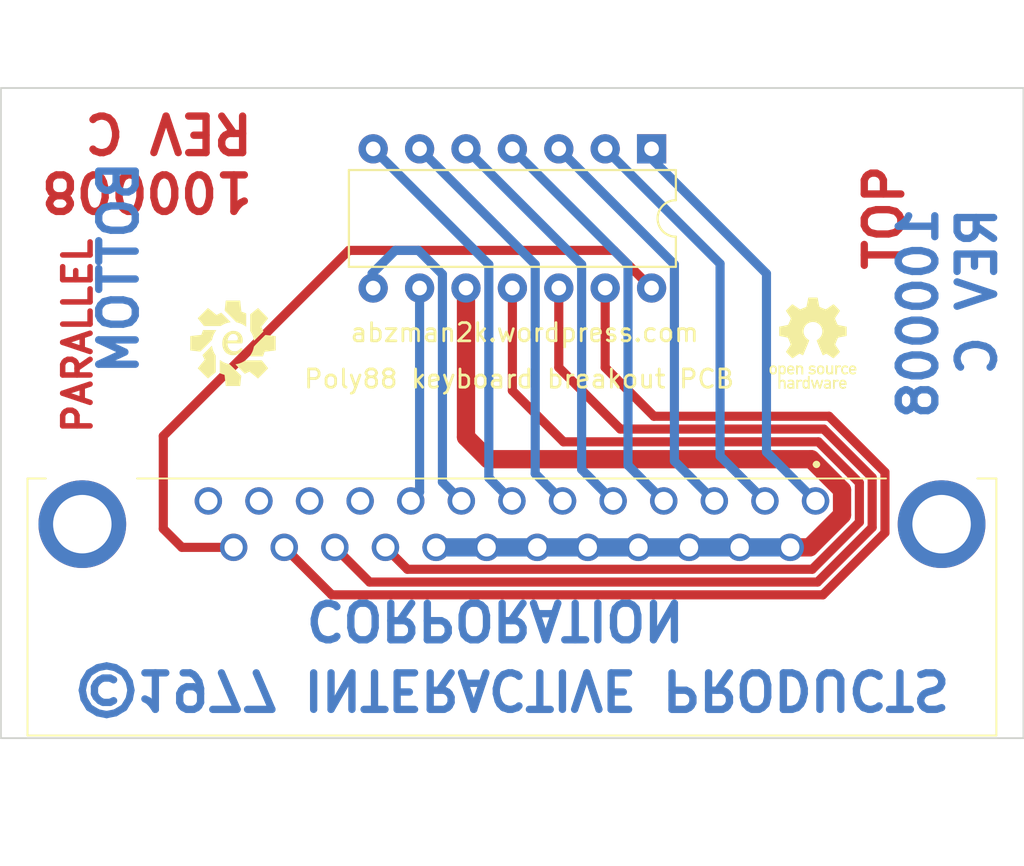
<source format=kicad_pcb>
(kicad_pcb (version 20221018) (generator pcbnew)
  (layers (0 "F.Cu" signal) (31 "B.Cu" signal) (34 "B.Paste" user) (35 "F.Paste" user) (36 "B.SilkS" user "B.Silkscreen") (37 "F.SilkS" user "F.Silkscreen") (38 "B.Mask" user) (39 "F.Mask" user) (44 "Edge.Cuts" user))
  (net 0 "")
  (net 1 "KD0")
  (net 2 "KD1")
  (net 3 "KD2")
  (net 4 "KD3")
  (net 5 "KD4")
  (net 6 "KD5")
  (net 7 "KD6")
  (net 8 "KD7")
  (net 9 "KDEP")
  (net 10 "GND")
  (net 11 "-VDC")
  (net 12 "+VDC")
  (net 17 "G1")
  (net 18 "G2")
  (footprint "Evan's parts:OSHW gear" (layer "F.Cu") (at 44.45 13.97)
    (fp_text reference "G***" hide)
    (fp_text value "LOGO" hide)
  )
  (footprint "Evan's parts:Evan Logo" (layer "F.Cu") (at 12.7 13.97)
    (fp_text reference "G***" hide)
    (fp_text value "LOGO" hide)
  )
  (footprint "Package_DIP:DIP-14_W7.62mm" (layer "F.Cu") (at 35.62 3.33 -90)
    (fp_text reference "J2" hide)
    (fp_text value "Conn_02x07_Counter_Clockwise")
    (pad "1" thru_hole rect (at 0 0 270) (size 1.6 1.6) (drill 0.8) (layers "*.Cu" "*.Mask") (net 1 "KD0"))
    (pad "2" thru_hole oval (at 0 2.54 270) (size 1.6 1.6) (drill 0.8) (layers "*.Cu" "*.Mask") (net 2 "KD1"))
    (pad "3" thru_hole oval (at 0 5.08 270) (size 1.6 1.6) (drill 0.8) (layers "*.Cu" "*.Mask") (net 3 "KD2"))
    (pad "4" thru_hole oval (at 0 7.62 270) (size 1.6 1.6) (drill 0.8) (layers "*.Cu" "*.Mask") (net 4 "KD3"))
    (pad "5" thru_hole oval (at 0 10.16 270) (size 1.6 1.6) (drill 0.8) (layers "*.Cu" "*.Mask") (net 5 "KD4"))
    (pad "6" thru_hole oval (at 0 12.7 270) (size 1.6 1.6) (drill 0.8) (layers "*.Cu" "*.Mask") (net 6 "KD5"))
    (pad "7" thru_hole oval (at 0 15.24 270) (size 1.6 1.6) (drill 0.8) (layers "*.Cu" "*.Mask") (net 7 "KD6"))
    (pad "8" thru_hole oval (at 7.62 15.24 270) (size 1.6 1.6) (drill 0.8) (layers "*.Cu" "*.Mask") (net 8 "KD7"))
    (pad "9" thru_hole oval (at 7.62 12.7 270) (size 1.6 1.6) (drill 0.8) (layers "*.Cu" "*.Mask") (net 9 "KDEP"))
    (pad "10" thru_hole oval (at 7.62 10.16 270) (size 1.6 1.6) (drill 0.8) (layers "*.Cu" "*.Mask") (net 10 "GND"))
    (pad "11" thru_hole oval (at 7.62 7.62 270) (size 1.6 1.6) (drill 0.8) (layers "*.Cu" "*.Mask") (net 17 "G1"))
    (pad "12" thru_hole oval (at 7.62 5.08 270) (size 1.6 1.6) (drill 0.8) (layers "*.Cu" "*.Mask") (net 18 "G2"))
    (pad "13" thru_hole oval (at 7.62 2.54 270) (size 1.6 1.6) (drill 0.8) (layers "*.Cu" "*.Mask") (net 11 "-VDC"))
    (pad "14" thru_hole oval (at 7.62 0 270) (size 1.6 1.6) (drill 0.8) (layers "*.Cu" "*.Mask") (net 12 "+VDC"))
  )
  (footprint "Evan's parts:amphenol db25" (layer "F.Cu") (at 44.596 22.606)
    (fp_text reference "J1" hide)
    (fp_text value "DB25_Female" hide)
    (pad "1" thru_hole circle (at 0 0) (size 1.5 1.5) (drill 1) (layers "*.Cu" "*.Mask") (net 1 "KD0"))
    (pad "2" thru_hole circle (at -2.77 0) (size 1.5 1.5) (drill 1) (layers "*.Cu" "*.Mask") (net 2 "KD1"))
    (pad "3" thru_hole circle (at -5.54 0) (size 1.5 1.5) (drill 1) (layers "*.Cu" "*.Mask") (net 3 "KD2"))
    (pad "4" thru_hole circle (at -8.31 0) (size 1.5 1.5) (drill 1) (layers "*.Cu" "*.Mask") (net 4 "KD3"))
    (pad "5" thru_hole circle (at -11.08 0) (size 1.5 1.5) (drill 1) (layers "*.Cu" "*.Mask") (net 5 "KD4"))
    (pad "6" thru_hole circle (at -13.85 0) (size 1.5 1.5) (drill 1) (layers "*.Cu" "*.Mask") (net 6 "KD5"))
    (pad "7" thru_hole circle (at -16.62 0) (size 1.5 1.5) (drill 1) (layers "*.Cu" "*.Mask") (net 7 "KD6"))
    (pad "8" thru_hole circle (at -19.39 0) (size 1.5 1.5) (drill 1) (layers "*.Cu" "*.Mask") (net 8 "KD7"))
    (pad "9" thru_hole circle (at -22.16 0) (size 1.5 1.5) (drill 1) (layers "*.Cu" "*.Mask") (net 9 "KDEP"))
    (pad "10" thru_hole circle (at -24.93 0) (size 1.5 1.5) (drill 1) (layers "*.Cu" "*.Mask"))
    (pad "11" thru_hole circle (at -27.7 0) (size 1.5 1.5) (drill 1) (layers "*.Cu" "*.Mask"))
    (pad "12" thru_hole circle (at -30.47 0) (size 1.5 1.5) (drill 1) (layers "*.Cu" "*.Mask"))
    (pad "13" thru_hole circle (at -33.24 0) (size 1.5 1.5) (drill 1) (layers "*.Cu" "*.Mask"))
    (pad "14" thru_hole circle (at -1.385 2.54) (size 1.5 1.5) (drill 1) (layers "*.Cu" "*.Mask") (net 10 "GND"))
    (pad "15" thru_hole circle (at -4.155 2.54) (size 1.5 1.5) (drill 1) (layers "*.Cu" "*.Mask") (net 10 "GND"))
    (pad "16" thru_hole circle (at -6.925 2.54) (size 1.5 1.5) (drill 1) (layers "*.Cu" "*.Mask") (net 10 "GND"))
    (pad "17" thru_hole circle (at -9.695 2.54) (size 1.5 1.5) (drill 1) (layers "*.Cu" "*.Mask") (net 10 "GND"))
    (pad "18" thru_hole circle (at -12.465 2.54) (size 1.5 1.5) (drill 1) (layers "*.Cu" "*.Mask") (net 10 "GND"))
    (pad "19" thru_hole circle (at -15.235 2.54) (size 1.5 1.5) (drill 1) (layers "*.Cu" "*.Mask") (net 10 "GND"))
    (pad "20" thru_hole circle (at -18.005 2.54) (size 1.5 1.5) (drill 1) (layers "*.Cu" "*.Mask") (net 10 "GND"))
    (pad "21" thru_hole circle (at -20.775 2.54) (size 1.5 1.5) (drill 1) (layers "*.Cu" "*.Mask") (net 10 "GND"))
    (pad "22" thru_hole circle (at -23.545 2.54) (size 1.5 1.5) (drill 1) (layers "*.Cu" "*.Mask") (net 17 "G1"))
    (pad "23" thru_hole circle (at -26.315 2.54) (size 1.5 1.5) (drill 1) (layers "*.Cu" "*.Mask") (net 18 "G2"))
    (pad "24" thru_hole circle (at -29.085 2.54) (size 1.5 1.5) (drill 1) (layers "*.Cu" "*.Mask") (net 11 "-VDC"))
    (pad "25" thru_hole circle (at -31.855 2.54) (size 1.5 1.5) (drill 1) (layers "*.Cu" "*.Mask") (net 12 "+VDC"))
    (pad "MH1" thru_hole circle (at 6.9 1.27) (size 4.8 4.8) (drill 3.2) (layers "*.Cu" "*.Mask"))
    (pad "MH2" thru_hole circle (at -40.14 1.27) (size 4.8 4.8) (drill 3.2) (layers "*.Cu" "*.Mask"))
  )
  (gr_rect (start 0 0) (end 55.98 35.59) (stroke (width 0.1)) (fill none) (layer "Edge.Cuts"))
  (gr_text "TOP" (at 49.53 10.16 90) (layer "F.Cu") (effects (font (size 2 2) (thickness 0.4) bold) (justify left bottom)))
  (gr_text "100008\nREV C" (at 13.97 1.27 180) (layer "F.Cu") (effects (font (size 2 2) (thickness 0.4) bold) (justify left bottom)))
  (gr_text "PARALLEL" (at 5.08 19.05 90) (layer "F.Cu") (effects (font (size 1.5 1.5) (thickness 0.3) bold) (justify left bottom)))
  (gr_text "BOTTOM" (at 7.62 3.81 90) (layer "B.Cu") (effects (font (size 2 2) (thickness 0.4) bold) (justify left bottom mirror)))
  (gr_text "CORPORATION" (at 16.51 27.94 180) (layer "B.Cu") (effects (font (size 2 2) (thickness 0.4) bold) (justify left bottom mirror)))
  (gr_text "100008\nREV C" (at 54.61 6.35 90) (layer "B.Cu") (effects (font (size 2 2) (thickness 0.4) bold) (justify left bottom mirror)))
  (gr_text "©1977 INTERACTIVE PRODUCTS" (at 3.81 31.75 180) (layer "B.Cu") (effects (font (size 2 2) (thickness 0.4) bold) (justify left bottom mirror)))
  (gr_text "Poly88 keyboard breakout PCB" (at 16.51 16.51) (layer "F.SilkS") (effects (font (size 1 1)) (justify left bottom)))
  (gr_text "abzman2k.wordpress.com" (at 19.05 13.97) (layer "F.SilkS") (effects (font (size 1 1)) (justify left bottom)))
  (segment (start 41.91 19.92) (end 44.596 22.606) (width 0.5) (layer "B.Cu") (net 1))
  (segment (start 35.62 3.87) (end 41.91 10.16) (width 0.5) (layer "B.Cu") (net 1))
  (segment (start 41.91 10.16) (end 41.91 19.92) (width 0.5) (layer "B.Cu") (net 1))
  (segment (start 35.62 3.33) (end 35.62 3.87) (width 0.5) (layer "B.Cu") (net 1))
  (segment (start 39.37 9.62) (end 33.08 3.33) (width 0.5) (layer "B.Cu") (net 2))
  (segment (start 39.37 20.15) (end 39.37 9.62) (width 0.5) (layer "B.Cu") (net 2))
  (segment (start 41.826 22.606) (end 39.37 20.15) (width 0.5) (layer "B.Cu") (net 2))
  (segment (start 36.87 9.66) (end 36.87 20.42) (width 0.5) (layer "B.Cu") (net 3))
  (segment (start 30.54 3.33) (end 36.87 9.66) (width 0.5) (layer "B.Cu") (net 3))
  (segment (start 36.87 20.42) (end 39.056 22.606) (width 0.5) (layer "B.Cu") (net 3))
  (segment (start 34.33 20.65) (end 36.286 22.606) (width 0.5) (layer "B.Cu") (net 4))
  (segment (start 28 3.33) (end 34.33 9.66) (width 0.5) (layer "B.Cu") (net 4))
  (segment (start 34.33 9.66) (end 34.33 20.65) (width 0.5) (layer "B.Cu") (net 4))
  (segment (start 25.46 3.33) (end 31.79 9.66) (width 0.5) (layer "B.Cu") (net 5))
  (segment (start 31.79 9.66) (end 31.79 20.88) (width 0.5) (layer "B.Cu") (net 5))
  (segment (start 31.79 20.88) (end 33.516 22.606) (width 0.5) (layer "B.Cu") (net 5))
  (segment (start 29.25 21.11) (end 30.746 22.606) (width 0.5) (layer "B.Cu") (net 6))
  (segment (start 22.92 3.33) (end 29.25 9.66) (width 0.5) (layer "B.Cu") (net 6))
  (segment (start 29.25 9.66) (end 29.25 21.11) (width 0.5) (layer "B.Cu") (net 6))
  (segment (start 26.71 9.66) (end 26.71 21.34) (width 0.5) (layer "B.Cu") (net 7))
  (segment (start 20.38 3.33) (end 26.71 9.66) (width 0.5) (layer "B.Cu") (net 7))
  (segment (start 26.71 21.34) (end 27.976 22.606) (width 0.5) (layer "B.Cu") (net 7))
  (segment (start 20.32 10.89) (end 20.32 10.16) (width 0.5) (layer "B.Cu") (net 8))
  (segment (start 20.32 10.16) (end 21.59 8.89) (width 0.5) (layer "B.Cu") (net 8))
  (segment (start 21.59 8.89) (end 22.86 8.89) (width 0.5) (layer "B.Cu") (net 8))
  (segment (start 24.17 10.2) (end 24.17 21.57) (width 0.5) (layer "B.Cu") (net 8))
  (segment (start 22.86 8.89) (end 24.17 10.2) (width 0.5) (layer "B.Cu") (net 8))
  (segment (start 20.38 10.95) (end 20.32 10.89) (width 0.5) (layer "B.Cu") (net 8))
  (segment (start 24.17 21.57) (end 25.206 22.606) (width 0.5) (layer "B.Cu") (net 8))
  (segment (start 22.92 10.95) (end 22.92 22.122) (width 0.5) (layer "B.Cu") (net 9))
  (segment (start 22.92 22.122) (end 22.436 22.606) (width 0.5) (layer "B.Cu") (net 9))
  (segment (start 25.46 10.95) (end 25.46 19.11) (width 1) (layer "F.Cu") (net 10))
  (segment (start 44.27166 25.146) (end 43.211 25.146) (width 1) (layer "F.Cu") (net 10))
  (segment (start 25.46 19.11) (end 26.67 20.32) (width 1) (layer "F.Cu") (net 10))
  (segment (start 44.36061 20.32) (end 46.046 22.00539) (width 1) (layer "F.Cu") (net 10))
  (segment (start 46.046 22.00539) (end 46.046 23.37166) (width 1) (layer "F.Cu") (net 10))
  (segment (start 26.67 20.32) (end 44.36061 20.32) (width 1) (layer "F.Cu") (net 10))
  (segment (start 46.046 23.37166) (end 44.27166 25.146) (width 1) (layer "F.Cu") (net 10))
  (segment (start 34.901 25.146) (end 32.131 25.146) (width 1) (layer "B.Cu") (net 10))
  (segment (start 26.591 25.146) (end 23.821 25.146) (width 1) (layer "B.Cu") (net 10))
  (segment (start 40.441 25.146) (end 37.671 25.146) (width 1) (layer "B.Cu") (net 10))
  (segment (start 29.361 25.146) (end 26.591 25.146) (width 1) (layer "B.Cu") (net 10))
  (segment (start 32.131 25.146) (end 29.361 25.146) (width 1) (layer "B.Cu") (net 10))
  (segment (start 43.211 25.146) (end 40.441 25.146) (width 1) (layer "B.Cu") (net 10))
  (segment (start 37.671 25.146) (end 34.901 25.146) (width 1) (layer "B.Cu") (net 10))
  (segment (start 33.08 10.95) (end 33.08 15.3) (width 0.5) (layer "F.Cu") (net 11))
  (segment (start 35.75 17.97) (end 45.334012 17.97) (width 0.5) (layer "F.Cu") (net 11))
  (segment (start 45.334012 17.97) (end 48.396 21.03199) (width 0.5) (layer "F.Cu") (net 11))
  (segment (start 18.111 27.746) (end 15.511 25.146) (width 0.5) (layer "F.Cu") (net 11))
  (segment (start 33.08 15.3) (end 35.75 17.97) (width 0.5) (layer "F.Cu") (net 11))
  (segment (start 48.396 21.03199) (end 48.396 24.345062) (width 0.5) (layer "F.Cu") (net 11))
  (segment (start 44.99506 27.746) (end 18.111 27.746) (width 0.5) (layer "F.Cu") (net 11))
  (segment (start 48.396 24.345062) (end 44.99506 27.746) (width 0.5) (layer "F.Cu") (net 11))
  (segment (start 8.89 24.13) (end 9.906 25.146) (width 0.5) (layer "F.Cu") (net 12))
  (segment (start 9.906 25.146) (end 12.741 25.146) (width 0.5) (layer "F.Cu") (net 12))
  (segment (start 8.89 19.05) (end 8.89 24.13) (width 0.5) (layer "F.Cu") (net 12))
  (segment (start 19.05 8.89) (end 8.89 19.05) (width 0.5) (layer "F.Cu") (net 12))
  (segment (start 33.56 8.89) (end 19.05 8.89) (width 0.5) (layer "F.Cu") (net 12))
  (segment (start 35.62 10.95) (end 33.56 8.89) (width 0.5) (layer "F.Cu") (net 12))
  (segment (start 46.996 21.611888) (end 46.996 23.765162) (width 0.5) (layer "F.Cu") (net 17))
  (segment (start 30.8 19.37) (end 44.754112 19.37) (width 0.5) (layer "F.Cu") (net 17))
  (segment (start 44.415162 26.346) (end 22.251 26.346) (width 0.5) (layer "F.Cu") (net 17))
  (segment (start 28 16.57) (end 30.8 19.37) (width 0.5) (layer "F.Cu") (net 17))
  (segment (start 44.754112 19.37) (end 46.996 21.611888) (width 0.5) (layer "F.Cu") (net 17))
  (segment (start 28 10.95) (end 28 16.57) (width 0.5) (layer "F.Cu") (net 17))
  (segment (start 46.996 23.765162) (end 44.415162 26.346) (width 0.5) (layer "F.Cu") (net 17))
  (segment (start 22.251 26.346) (end 21.051 25.146) (width 0.5) (layer "F.Cu") (net 17))
  (segment (start 45.044062 18.67) (end 47.696 21.321939) (width 0.5) (layer "F.Cu") (net 18))
  (segment (start 30.54 15.3) (end 33.91 18.67) (width 0.5) (layer "F.Cu") (net 18))
  (segment (start 47.696 24.055112) (end 44.705111 27.046) (width 0.5) (layer "F.Cu") (net 18))
  (segment (start 47.696 21.321939) (end 47.696 24.055112) (width 0.5) (layer "F.Cu") (net 18))
  (segment (start 20.181 27.046) (end 18.281 25.146) (width 0.5) (layer "F.Cu") (net 18))
  (segment (start 44.705111 27.046) (end 20.181 27.046) (width 0.5) (layer "F.Cu") (net 18))
  (segment (start 33.91 18.67) (end 45.044062 18.67) (width 0.5) (layer "F.Cu") (net 18))
  (segment (start 30.54 10.95) (end 30.54 15.3) (width 0.5) (layer "F.Cu") (net 18))
)
</source>
